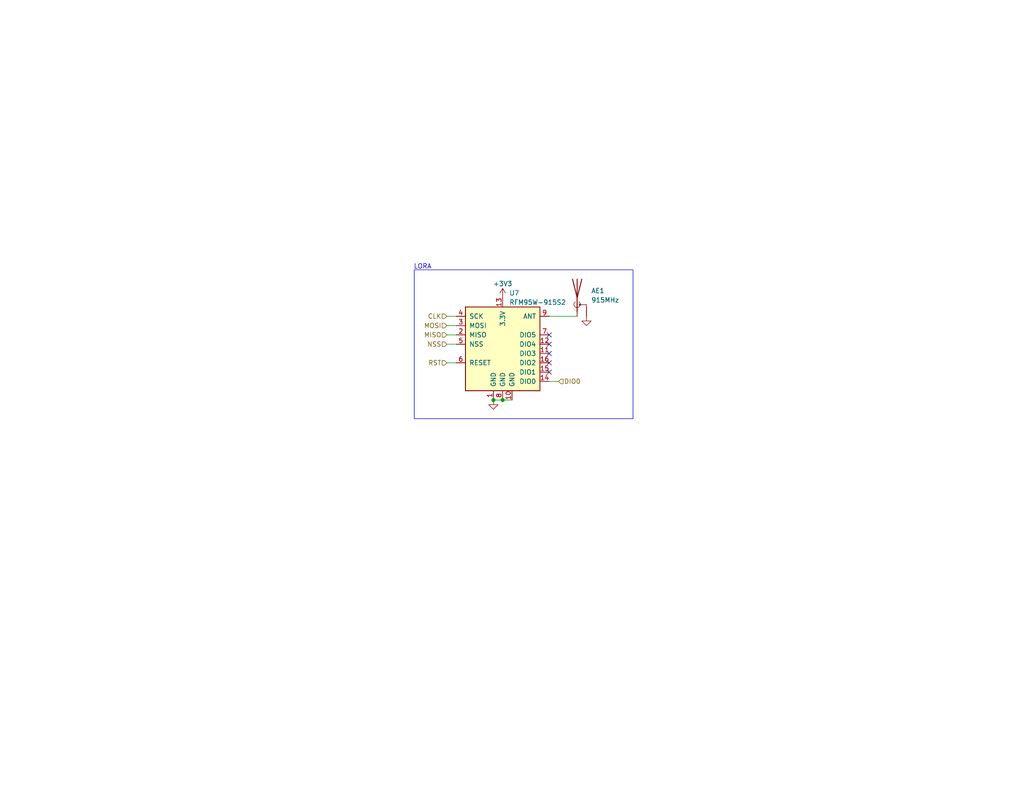
<source format=kicad_sch>
(kicad_sch (version 20231120) (generator "eeschema") (generator_version "8.0")
  (paper "USLetter")
  (title_block (title "AMP PCBv3") (date "2024-04-03") (rev "B") (company "Autonomous Motorsports Purdue"))
  (lib_symbols
    (symbol "Device:Antenna_Shield" (pin_numbers hide) (pin_names (offset 1.016) hide)
      (property "Reference" "AE" (at -1.905 4.445 0))
      (property "Value" "Antenna_Shield" (at -1.905 2.54 0))
      (symbol "Antenna_Shield_0_1"
        (arc (start -0.508 -1.143) (mid -0.8429 -2.1194) (end 0 -2.667))
        (arc (start 0 -2.667) (mid 0.7989 -2.1052) (end 0.508 -1.143))
        (polyline (pts (xy 0 -2.54) (xy 0 0)))
        (polyline (pts (xy 0 5.08) (xy 0 -3.81)) (stroke (width 0.254)))
        (polyline (pts (xy 0.762 -1.905) (xy 2.54 -1.905)))
        (polyline (pts (xy 2.54 -2.54) (xy 2.54 -1.905)))
        (polyline (pts (xy 1.27 5.08) (xy 0 0) (xy -1.27 5.08)) (stroke (width 0.254)))
        (circle (center 0.762 -1.905) (radius 0.1778) (fill (type outline)))
      )
      (symbol "Antenna_Shield_1_1"
        (pin input line (at 0 -5.08 90) (length 2.54) (name "A") (number "1"))
        (pin input line (at 2.54 -5.08 90) (length 2.54) (name "Shield") (number "2"))
      )
    )
    (symbol "RF_Module:RFM95W-915S2" (pin_names (offset 1.016))
      (property "Reference" "U" (at -10.414 11.684 0))
      (property "Value" "RFM95W-915S2" (at 1.524 11.43 0))
      (symbol "RFM95W-915S2_0_1"
        (rectangle (start -10.16 10.16) (end 10.16 -12.7) (stroke (width 0.254)) (fill (type background)))
      )
      (symbol "RFM95W-915S2_1_1"
        (pin power_in line (at -2.54 -15.24 90) (length 2.54) (name "GND") (number "1"))
        (pin power_in line (at 2.54 -15.24 90) (length 2.54) (name "GND") (number "10"))
        (pin bidirectional line (at 12.7 -2.54 180) (length 2.54) (name "DIO3") (number "11"))
        (pin bidirectional line (at 12.7 0 180) (length 2.54) (name "DIO4") (number "12"))
        (pin power_in line (at 0 12.7 270) (length 2.54) (name "3.3V") (number "13"))
        (pin bidirectional line (at 12.7 -10.16 180) (length 2.54) (name "DIO0") (number "14"))
        (pin bidirectional line (at 12.7 -7.62 180) (length 2.54) (name "DIO1") (number "15"))
        (pin bidirectional line (at 12.7 -5.08 180) (length 2.54) (name "DIO2") (number "16"))
        (pin output line (at -12.7 2.54 0) (length 2.54) (name "MISO") (number "2"))
        (pin input line (at -12.7 5.08 0) (length 2.54) (name "MOSI") (number "3"))
        (pin input line (at -12.7 7.62 0) (length 2.54) (name "SCK") (number "4"))
        (pin input line (at -12.7 0 0) (length 2.54) (name "NSS") (number "5"))
        (pin bidirectional line (at -12.7 -5.08 0) (length 2.54) (name "RESET") (number "6"))
        (pin bidirectional line (at 12.7 2.54 180) (length 2.54) (name "DIO5") (number "7"))
        (pin power_in line (at 0 -15.24 90) (length 2.54) (name "GND") (number "8"))
        (pin bidirectional line (at 12.7 7.62 180) (length 2.54) (name "ANT") (number "9"))
      )
    )
    (symbol "power:+3V3" (power) (pin_names (offset 0))
      (property "Value" "+3V3" (at 0 3.556 0))
      (symbol "+3V3_0_1"
        (polyline (pts (xy -0.762 1.27) (xy 0 2.54)))
        (polyline (pts (xy 0 0) (xy 0 2.54)))
        (polyline (pts (xy 0 2.54) (xy 0.762 1.27)))
      )
      (symbol "+3V3_1_1"
        (pin power_in line (at 0 0 90) (length 0) hide (name "+3V3") (number "1"))
      )
    )
    (symbol "power:GND" (power) (pin_names (offset 0))
      (property "Value" "GND" (at 0 -3.81 0))
      (symbol "GND_0_1"
        (polyline (pts (xy 0 0) (xy 0 -1.27) (xy 1.27 -1.27) (xy 0 -2.54) (xy -1.27 -1.27) (xy 0 -1.27)))
      )
      (symbol "GND_1_1"
        (pin power_in line (at 0 0 270) (length 0) hide (name "GND") (number "1"))
      )
    )
  )
  (junction (at 137.16 109.22))
  (junction (at 134.62 109.22))
  (no_connect (at 149.86 96.52))
  (no_connect (at 149.86 91.44))
  (no_connect (at 149.86 93.98))
  (no_connect (at 149.86 101.6))
  (no_connect (at 149.86 99.06))
  (wire (pts (xy 121.92 91.44) (xy 124.46 91.44)))
  (wire (pts (xy 149.86 104.14) (xy 152.4 104.14)))
  (wire (pts (xy 121.92 93.98) (xy 124.46 93.98)))
  (wire (pts (xy 121.92 86.36) (xy 124.46 86.36)))
  (wire (pts (xy 149.86 86.36) (xy 157.48 86.36)))
  (wire (pts (xy 137.16 109.22) (xy 139.7 109.22)))
  (wire (pts (xy 134.62 109.22) (xy 137.16 109.22)))
  (wire (pts (xy 121.92 99.06) (xy 124.46 99.06)))
  (wire (pts (xy 121.92 88.9) (xy 124.46 88.9)))
  (rectangle (start 113.03 73.66) (end 172.72 114.3))
  (text "LORA" (at 115.316 72.898 0) (effects (font (size 1.27 1.27))))
  (hierarchical_label "MOSI" (shape input) (at 121.92 88.9 180))
  (hierarchical_label "CLK" (shape input) (at 121.92 86.36 180))
  (hierarchical_label "MISO" (shape input) (at 121.92 91.44 180))
  (hierarchical_label "RST" (shape input) (at 121.92 99.06 180))
  (hierarchical_label "NSS" (shape input) (at 121.92 93.98 180))
  (hierarchical_label "DIO0" (shape input) (at 152.4 104.14 0))
  (symbol (lib_id "power:+3V3") (at 137.16 81.28 0) (unit 1)
    (property "Reference" "#PWR032" (effects (hide yes)))
    (property "Value" "+3V3" (at 137.16 77.47 0))
  )
  (symbol (lib_id "Device:Antenna_Shield") (at 157.48 81.28 0) (unit 1) (in_bom no)
    (property "Reference" "AE1" (at 161.29 79.375 0) (effects (justify left)))
    (property "Value" "915MHz" (at 161.29 81.915 0) (effects (justify left)))
    (property "Footprint" "Connector_Coaxial:SMA_Amphenol_132291_Vertical" (effects (hide yes)))
    (property "MPN" "CONSMA001-C-G" (effects (hide yes)))
  )
  (symbol (lib_id "power:GND") (at 160.02 86.36 0) (unit 1)
    (property "Reference" "#PWR064" (effects (hide yes)))
    (property "Value" "GND" (effects (hide yes)))
  )
  (symbol (lib_id "RF_Module:RFM95W-915S2") (at 137.16 93.98 0) (unit 1) (in_bom no)
    (property "Reference" "U7" (at 138.938 80.01 0) (effects (justify left)))
    (property "Value" "RFM95W-915S2" (at 138.938 82.55 0) (effects (justify left)))
    (property "Footprint" "RF_Module:HOPERF_RFM9XW_SMD" (effects (hide yes)))
    (property "Datasheet" "https://www.hoperf.com/data/upload/portal/20181127/5bfcbea20e9ef.pdf" (effects (hide yes)))
    (property "MPN" "RFM95W-915S2" (effects (hide yes)))
  )
  (symbol (lib_id "power:GND") (at 134.62 109.22 0) (unit 1)
    (property "Reference" "#PWR029" (effects (hide yes)))
    (property "Value" "GND" (effects (hide yes)))
  )
)
</source>
